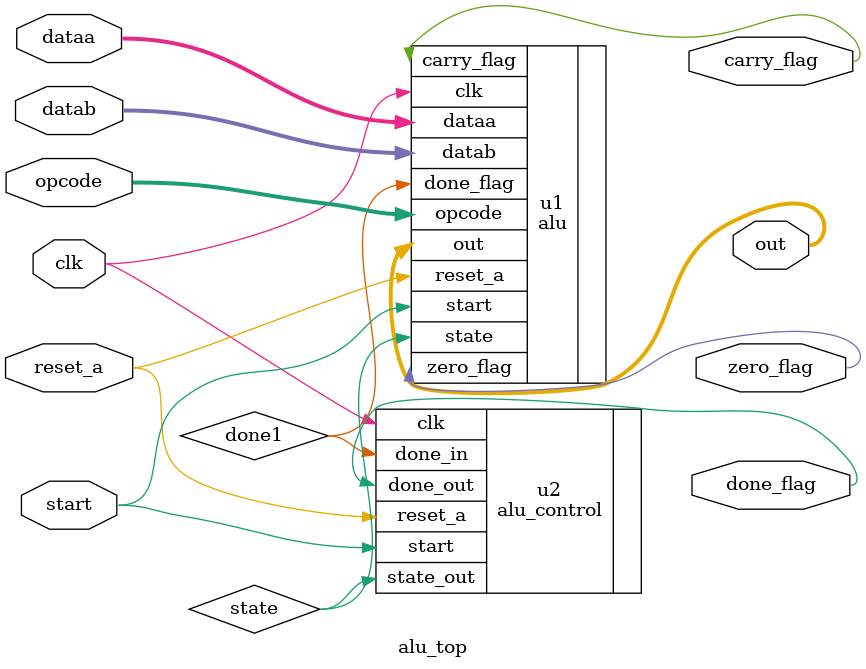
<source format=v>
module alu_top(dataa, datab, opcode, start, reset_a, clk, out, carry_flag, zero_flag, done_flag);
	
	input [15:0] dataa, datab;
	input [3:0] opcode;
	input start,  reset_a, clk;
	output [31:0] out;
	output zero_flag, carry_flag, done_flag;
	
	wire done1;
	wire state;
	
	alu u1(.dataa(dataa), .datab(datab), .opcode(opcode), .start(start), .reset_a(reset_a), .clk(clk), .state(state), .out(out), .carry_flag(carry_flag), .zero_flag(zero_flag), .done_flag(done1));
	alu_control u2(.clk(clk), .reset_a(reset_a), .start(start), .done_in(done1), .done_out(done_flag), .state_out(state));

endmodule
</source>
